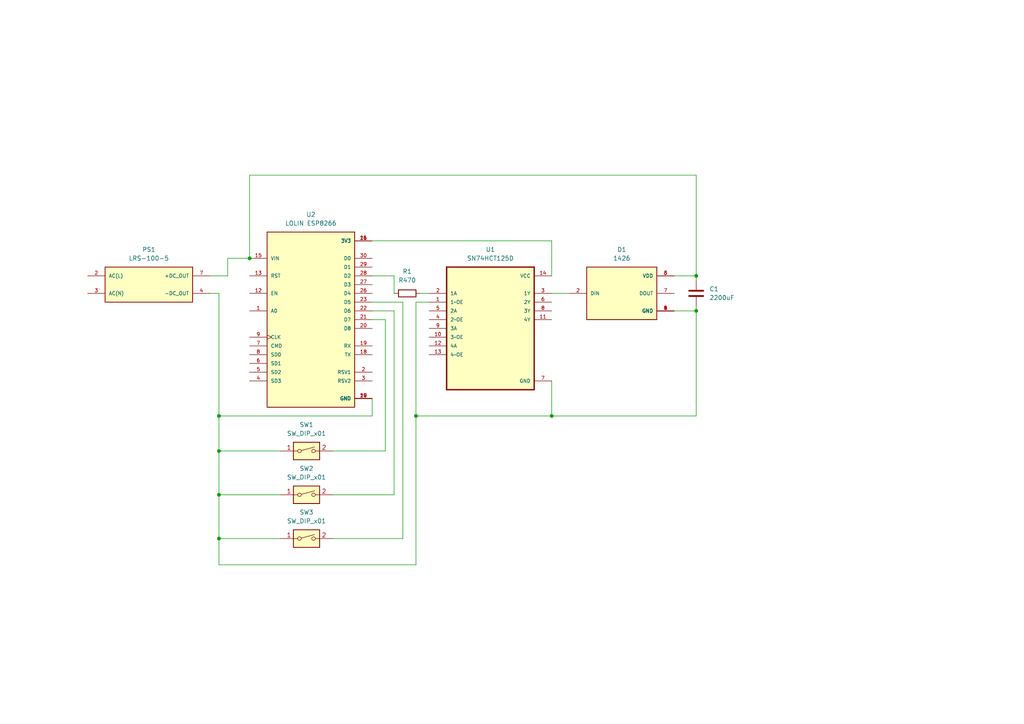
<source format=kicad_sch>
(kicad_sch (version 20250114) (generator "eeschema") (generator_version "9.0")
  (paper "A4")
  (lib_symbols
    (symbol "74x:SN74HCT125D" (pin_names (offset 1.016))
      (property "Reference" "U" (at -12.7 18.78 0))
      (property "Value" "SN74HCT125D" (at -12.7 -21.78 0))
      (symbol "SN74HCT125D_0_0"
        (rectangle (start -12.7 -17.78) (end 12.7 17.78) (stroke (width 0.41)) (fill (type background)))
        (pin input line (at -17.78 10.16 0) (length 5.08) (name "1A") (number "2"))
        (pin input line (at -17.78 7.62 0) (length 5.08) (name "1~OE") (number "1"))
        (pin input line (at -17.78 5.08 0) (length 5.08) (name "2A") (number "5"))
        (pin input line (at -17.78 2.54 0) (length 5.08) (name "2~OE") (number "4"))
        (pin input line (at -17.78 0 0) (length 5.08) (name "3A") (number "9"))
        (pin input line (at -17.78 -2.54 0) (length 5.08) (name "3~OE") (number "10"))
        (pin input line (at -17.78 -5.08 0) (length 5.08) (name "4A") (number "12"))
        (pin input line (at -17.78 -7.62 0) (length 5.08) (name "4~OE") (number "13"))
        (pin power_in line (at 17.78 15.24 180) (length 5.08) (name "VCC") (number "14"))
        (pin output line (at 17.78 10.16 180) (length 5.08) (name "1Y") (number "3"))
        (pin output line (at 17.78 7.62 180) (length 5.08) (name "2Y") (number "6"))
        (pin output line (at 17.78 5.08 180) (length 5.08) (name "3Y") (number "8"))
        (pin output line (at 17.78 2.54 180) (length 5.08) (name "4Y") (number "11"))
        (pin power_in line (at 17.78 -15.24 180) (length 5.08) (name "GND") (number "7"))
      )
    )
    (symbol "Device:C" (pin_numbers (hide yes)) (pin_names (offset 0.254))
      (property "Reference" "C" (at 0.635 2.54 0))
      (property "Value" "C" (at 0.635 -2.54 0))
      (symbol "C_0_1"
        (polyline (pts (xy -2.032 0.762) (xy 2.032 0.762)) (stroke (width 0.508)))
        (polyline (pts (xy -2.032 -0.762) (xy 2.032 -0.762)) (stroke (width 0.508)))
      )
      (symbol "C_1_1"
        (pin passive line (at 0 3.81 270) (length 2.794) (name "~") (number "1"))
        (pin passive line (at 0 -3.81 90) (length 2.794) (name "~") (number "2"))
      )
    )
    (symbol "Device:R" (pin_numbers (hide yes)) (pin_names (offset 0))
      (property "Reference" "R" (at 2.032 0 90))
      (property "Value" "R" (at 0 0 90))
      (symbol "R_0_1"
        (rectangle (start -1.016 -2.54) (end 1.016 2.54) (stroke (width 0.254)))
      )
      (symbol "R_1_1"
        (pin passive line (at 0 3.81 270) (length 1.27) (name "~") (number "1"))
        (pin passive line (at 0 -3.81 90) (length 1.27) (name "~") (number "2"))
      )
    )
    (symbol "ESP8266:ZC563900" (pin_names (offset 1.016))
      (property "Reference" "U" (at -12.7 26.035 0))
      (property "Value" "ZC563900" (at -12.7 -27.94 0))
      (symbol "ZC563900_0_0"
        (rectangle (start -12.7 -25.4) (end 12.7 25.4) (stroke (width 0.254)) (fill (type background)))
        (pin input line (at -17.78 17.78 0) (length 5.08) (name "VIN") (number "15"))
        (pin input line (at -17.78 12.7 0) (length 5.08) (name "RST") (number "13"))
        (pin input line (at -17.78 7.62 0) (length 5.08) (name "EN") (number "12"))
        (pin input line (at -17.78 2.54 0) (length 5.08) (name "A0") (number "1"))
        (pin input clock (at -17.78 -5.08 0) (length 5.08) (name "CLK") (number "9"))
        (pin input line (at -17.78 -7.62 0) (length 5.08) (name "CMD") (number "7"))
        (pin bidirectional line (at -17.78 -10.16 0) (length 5.08) (name "SD0") (number "8"))
        (pin bidirectional line (at -17.78 -12.7 0) (length 5.08) (name "SD1") (number "6"))
        (pin bidirectional line (at -17.78 -15.24 0) (length 5.08) (name "SD2") (number "5"))
        (pin bidirectional line (at -17.78 -17.78 0) (length 5.08) (name "SD3") (number "4"))
        (pin power_in line (at 17.78 22.86 180) (length 5.08) (name "3V3") (number "11"))
        (pin power_in line (at 17.78 22.86 180) (length 5.08) (name "3V3") (number "16"))
        (pin power_in line (at 17.78 22.86 180) (length 5.08) (name "3V3") (number "25"))
        (pin bidirectional line (at 17.78 17.78 180) (length 5.08) (name "D0") (number "30"))
        (pin bidirectional line (at 17.78 15.24 180) (length 5.08) (name "D1") (number "29"))
        (pin bidirectional line (at 17.78 12.7 180) (length 5.08) (name "D2") (number "28"))
        (pin bidirectional line (at 17.78 10.16 180) (length 5.08) (name "D3") (number "27"))
        (pin bidirectional line (at 17.78 7.62 180) (length 5.08) (name "D4") (number "26"))
        (pin bidirectional line (at 17.78 5.08 180) (length 5.08) (name "D5") (number "23"))
        (pin bidirectional line (at 17.78 2.54 180) (length 5.08) (name "D6") (number "22"))
        (pin bidirectional line (at 17.78 0 180) (length 5.08) (name "D7") (number "21"))
        (pin bidirectional line (at 17.78 -2.54 180) (length 5.08) (name "D8") (number "20"))
        (pin bidirectional line (at 17.78 -7.62 180) (length 5.08) (name "RX") (number "19"))
        (pin bidirectional line (at 17.78 -10.16 180) (length 5.08) (name "TX") (number "18"))
        (pin passive line (at 17.78 -15.24 180) (length 5.08) (name "RSV1") (number "2"))
        (pin passive line (at 17.78 -17.78 180) (length 5.08) (name "RSV2") (number "3"))
        (pin power_in line (at 17.78 -22.86 180) (length 5.08) (name "GND") (number "10"))
        (pin power_in line (at 17.78 -22.86 180) (length 5.08) (name "GND") (number "14"))
        (pin power_in line (at 17.78 -22.86 180) (length 5.08) (name "GND") (number "17"))
        (pin power_in line (at 17.78 -22.86 180) (length 5.08) (name "GND") (number "24"))
      )
    )
    (symbol "LRS-100-5:KMS15-5" (pin_names (offset 1.016))
      (property "Reference" "PS" (at -12.7 5.842 0))
      (property "Value" "KMS15-5" (at -12.7 -7.62 0))
      (symbol "KMS15-5_0_0"
        (rectangle (start -12.7 -5.08) (end 12.7 5.08) (stroke (width 0.254)) (fill (type background)))
        (pin input line (at -17.78 2.54 0) (length 5.08) (name "AC(L)") (number "2"))
        (pin input line (at -17.78 -2.54 0) (length 5.08) (name "AC(N)") (number "3"))
        (pin output line (at 17.78 2.54 180) (length 5.08) (name "+DC_OUT") (number "7"))
        (pin output line (at 17.78 -2.54 180) (length 5.08) (name "-DC_OUT") (number "4"))
      )
    )
    (symbol "Switch:SW_DIP_x01" (pin_names (offset 0) (hide yes))
      (property "Reference" "SW" (at 0 3.81 0))
      (property "Value" "SW_DIP_x01" (at 0 -3.81 0))
      (symbol "SW_DIP_x01_0_0"
        (circle (center -2.032 0) (radius 0.508))
        (polyline (pts (xy -1.524 0.127) (xy 2.3622 1.1684)))
        (circle (center 2.032 0) (radius 0.508))
      )
      (symbol "SW_DIP_x01_0_1"
        (rectangle (start -3.81 2.54) (end 3.81 -2.54) (stroke (width 0.254)) (fill (type background)))
      )
      (symbol "SW_DIP_x01_1_1"
        (pin passive line (at -7.62 0 0) (length 5.08) (name "~") (number "1"))
        (pin passive line (at 7.62 0 180) (length 5.08) (name "~") (number "2"))
      )
    )
    (symbol "WS2812:1426" (pin_names (offset 1.016))
      (property "Reference" "D" (at -10.16 8.382 0))
      (property "Value" "1426" (at -10.16 -10.16 0))
      (symbol "1426_0_0"
        (rectangle (start -10.16 -7.62) (end 10.16 7.62) (stroke (width 0.254)) (fill (type background)))
        (pin input line (at -15.24 0 0) (length 5.08) (name "DIN") (number "2"))
        (pin power_in line (at 15.24 5.08 180) (length 5.08) (name "VDD") (number "3"))
        (pin power_in line (at 15.24 5.08 180) (length 5.08) (name "VDD") (number "6"))
        (pin output line (at 15.24 0 180) (length 5.08) (name "DOUT") (number "7"))
        (pin power_in line (at 15.24 -5.08 180) (length 5.08) (name "GND") (number "1"))
        (pin power_in line (at 15.24 -5.08 180) (length 5.08) (name "GND") (number "4"))
        (pin power_in line (at 15.24 -5.08 180) (length 5.08) (name "GND") (number "5"))
        (pin power_in line (at 15.24 -5.08 180) (length 5.08) (name "GND") (number "8"))
      )
    )
  )
  (junction (at 63.5 130.81))
  (junction (at 63.5 120.65))
  (junction (at 63.5 156.21))
  (junction (at 201.93 90.17))
  (junction (at 72.39 74.93))
  (junction (at 201.93 80.01))
  (junction (at 120.65 120.65))
  (junction (at 63.5 143.51))
  (junction (at 160.02 120.65))
  (wire (pts (xy 160.02 120.65) (xy 201.93 120.65)))
  (wire (pts (xy 96.52 143.51) (xy 114.3 143.51)))
  (wire (pts (xy 114.3 80.01) (xy 114.3 85.09)))
  (wire (pts (xy 111.76 130.81) (xy 111.76 92.71)))
  (wire (pts (xy 195.58 90.17) (xy 201.93 90.17)))
  (wire (pts (xy 63.5 130.81) (xy 81.28 130.81)))
  (wire (pts (xy 107.95 87.63) (xy 116.84 87.63)))
  (wire (pts (xy 63.5 156.21) (xy 81.28 156.21)))
  (wire (pts (xy 107.95 80.01) (xy 114.3 80.01)))
  (wire (pts (xy 63.5 130.81) (xy 63.5 143.51)))
  (wire (pts (xy 160.02 85.09) (xy 165.1 85.09)))
  (wire (pts (xy 96.52 130.81) (xy 111.76 130.81)))
  (wire (pts (xy 160.02 110.49) (xy 160.02 120.65)))
  (wire (pts (xy 120.65 120.65) (xy 120.65 163.83)))
  (wire (pts (xy 63.5 120.65) (xy 107.95 120.65)))
  (wire (pts (xy 124.46 87.63) (xy 120.65 87.63)))
  (wire (pts (xy 121.92 85.09) (xy 124.46 85.09)))
  (wire (pts (xy 60.96 80.01) (xy 66.04 80.01)))
  (wire (pts (xy 111.76 92.71) (xy 107.95 92.71)))
  (wire (pts (xy 201.93 90.17) (xy 201.93 120.65)))
  (wire (pts (xy 63.5 156.21) (xy 63.5 163.83)))
  (wire (pts (xy 120.65 87.63) (xy 120.65 120.65)))
  (wire (pts (xy 63.5 143.51) (xy 81.28 143.51)))
  (wire (pts (xy 63.5 120.65) (xy 63.5 130.81)))
  (wire (pts (xy 72.39 50.8) (xy 72.39 74.93)))
  (wire (pts (xy 201.93 80.01) (xy 201.93 81.28)))
  (wire (pts (xy 107.95 69.85) (xy 160.02 69.85)))
  (wire (pts (xy 116.84 156.21) (xy 116.84 87.63)))
  (wire (pts (xy 120.65 163.83) (xy 63.5 163.83)))
  (wire (pts (xy 201.93 50.8) (xy 201.93 80.01)))
  (wire (pts (xy 63.5 143.51) (xy 63.5 156.21)))
  (wire (pts (xy 114.3 143.51) (xy 114.3 90.17)))
  (wire (pts (xy 195.58 80.01) (xy 201.93 80.01)))
  (wire (pts (xy 63.5 85.09) (xy 63.5 120.65)))
  (wire (pts (xy 66.04 80.01) (xy 66.04 74.93)))
  (wire (pts (xy 114.3 90.17) (xy 107.95 90.17)))
  (wire (pts (xy 201.93 88.9) (xy 201.93 90.17)))
  (wire (pts (xy 72.39 74.93) (xy 66.04 74.93)))
  (wire (pts (xy 120.65 120.65) (xy 160.02 120.65)))
  (wire (pts (xy 72.39 50.8) (xy 201.93 50.8)))
  (wire (pts (xy 60.96 85.09) (xy 63.5 85.09)))
  (wire (pts (xy 160.02 69.85) (xy 160.02 80.01)))
  (wire (pts (xy 107.95 120.65) (xy 107.95 115.57)))
  (wire (pts (xy 96.52 156.21) (xy 116.84 156.21)))
  (symbol (lib_id "WS2812:1426") (at 180.34 85.09 0) (unit 1)
    (property "Reference" "D1" (at 180.34 72.39 0))
    (property "Value" "1426" (at 180.34 74.93 0))
    (property "Footprint" "1426:LED_1426" (effects (hide yes)))
    (property "MF" "Adafruit" (effects (hide yes)))
    (property "Description_1" "NeoPixel Stick - 8 x WS2812 5050 RGB LED with Integrated Drivers | Adafruit Industries 1426" (effects (hide yes)))
    (property "Package" "None" (effects (hide yes)))
    (property "Price" "None" (effects (hide yes)))
    (property "Check_prices" "https://www.snapeda.com/parts/1426/Adafruit+Industries/view-part/?ref=eda" (effects (hide yes)))
    (property "STANDARD" "IPC 7351B" (effects (hide yes)))
    (property "PARTREV" "v2" (effects (hide yes)))
    (property "SnapEDA_Link" "https://www.snapeda.com/parts/1426/Adafruit+Industries/view-part/?ref=snap" (effects (hide yes)))
    (property "MP" "1426" (effects (hide yes)))
    (property "Availability" "In Stock" (effects (hide yes)))
    (property "MANUFACTURER" "Adafruit" (effects (hide yes)))
  )
  (symbol (lib_id "Device:C") (at 201.93 85.09 0) (unit 1)
    (property "Reference" "C1" (at 205.74 83.8199 0) (effects (justify left)))
    (property "Value" "2200uF" (at 205.74 86.3599 0) (effects (justify left)))
    (property "Description" "Unpolarized capacitor" (effects (hide yes)))
  )
  (symbol (lib_id "Switch:SW_DIP_x01") (at 88.9 143.51 0) (unit 1)
    (property "Reference" "SW2" (at 88.9 135.89 0))
    (property "Value" "SW_DIP_x01" (at 88.9 138.43 0))
    (property "Description" "1x DIP Switch, Single Pole Single Throw (SPST) switch, small symbol" (effects (hide yes)))
  )
  (symbol (lib_id "LRS-100-5:KMS15-5") (at 43.18 82.55 0) (unit 1)
    (property "Reference" "PS1" (at 43.18 72.39 0))
    (property "Value" "LRS-100-5" (at 43.18 74.93 0))
    (property "Footprint" "KMS15-5:CONV_KMS15-5" (effects (hide yes)))
    (property "MF" "TDK-Lambda" (effects (hide yes)))
    (property "MAXIMUM_PACKAGE_HEIGHT" "23.5mm" (effects (hide yes)))
    (property "Package" "DIP-9 TDK-Lambda" (effects (hide yes)))
    (property "Price" "None" (effects (hide yes)))
    (property "Check_prices" "https://www.snapeda.com/parts/KMS15-5/TDK-Lambda/view-part/?ref=eda" (effects (hide yes)))
    (property "STANDARD" "IPC 7351B" (effects (hide yes)))
    (property "PARTREV" "C2" (effects (hide yes)))
    (property "SnapEDA_Link" "https://www.snapeda.com/parts/KMS15-5/TDK-Lambda/view-part/?ref=snap" (effects (hide yes)))
    (property "MP" "KMS15-5" (effects (hide yes)))
    (property "Description_1" "Power Supply,AC-DC,5V,3A,90-264V In,Enclosed,PCB Thru-Hole,Medical,15W,KM Series | TDK-Lambda KMS15-5" (effects (hide yes)))
    (property "Availability" "In Stock" (effects (hide yes)))
    (property "MANUFACTURER" "TDK Lambda" (effects (hide yes)))
  )
  (symbol (lib_id "74x:SN74HCT125D") (at 142.24 95.25 0) (unit 1)
    (property "Reference" "U1" (at 142.24 72.39 0))
    (property "Value" "SN74HCT125D" (at 142.24 74.93 0))
    (property "Footprint" "SN74HCT125D:SOIC127P600X175-14N" (effects (hide yes)))
    (property "MF" "Texas Instruments" (effects (hide yes)))
    (property "Description_1" "4-ch, 4.5-V to 5.5-V buffers with TTL-compatible CMOS inputs and 3-state outputs" (effects (hide yes)))
    (property "Package" "SOIC-14 Texas Instruments" (effects (hide yes)))
    (property "Price" "None" (effects (hide yes)))
    (property "SnapEDA_Link" "https://www.snapeda.com/parts/SN74HCT125D/Texas+Instruments/view-part/?ref=snap" (effects (hide yes)))
    (property "MP" "SN74HCT125D" (effects (hide yes)))
    (property "Availability" "In Stock" (effects (hide yes)))
    (property "Check_prices" "https://www.snapeda.com/parts/SN74HCT125D/Texas+Instruments/view-part/?ref=eda" (effects (hide yes)))
  )
  (symbol (lib_id "ESP8266:ZC563900") (at 90.17 92.71 0) (unit 1)
    (property "Reference" "U2" (at 90.17 62.23 0))
    (property "Value" "LOLIN ESP8266" (at 90.17 64.77 0))
    (property "Footprint" "ZC563900:MODULE_ZC563900" (effects (hide yes)))
    (property "MF" "YKS" (effects (hide yes)))
    (property "MAXIMUM_PACKAGE_HEIGHT" "N/A" (effects (hide yes)))
    (property "Package" "None" (effects (hide yes)))
    (property "Price" "None" (effects (hide yes)))
    (property "Check_prices" "https://www.snapeda.com/parts/ZC563900/YKS/view-part/?ref=eda" (effects (hide yes)))
    (property "STANDARD" "Manufacturer Recommendations" (effects (hide yes)))
    (property "PARTREV" "1.0" (effects (hide yes)))
    (property "SnapEDA_Link" "https://www.snapeda.com/parts/ZC563900/YKS/view-part/?ref=snap" (effects (hide yes)))
    (property "MP" "ZC563900" (effects (hide yes)))
    (property "Description_1" "NodeMcu Lua ESP8266 WIFI Internet of Things Network Development Module Board" (effects (hide yes)))
    (property "Availability" "Not in stock" (effects (hide yes)))
    (property "MANUFACTURER" "YKS" (effects (hide yes)))
  )
  (symbol (lib_id "Device:R") (at 118.11 85.09 90) (unit 1)
    (property "Reference" "R1" (at 118.11 78.74 90))
    (property "Value" "R470" (at 118.11 81.28 90))
    (property "Description" "Resistor" (effects (hide yes)))
  )
  (symbol (lib_id "Switch:SW_DIP_x01") (at 88.9 156.21 0) (unit 1)
    (property "Reference" "SW3" (at 88.9 148.59 0))
    (property "Value" "SW_DIP_x01" (at 88.9 151.13 0))
    (property "Description" "1x DIP Switch, Single Pole Single Throw (SPST) switch, small symbol" (effects (hide yes)))
  )
  (symbol (lib_id "Switch:SW_DIP_x01") (at 88.9 130.81 0) (unit 1)
    (property "Reference" "SW1" (at 88.9 123.19 0))
    (property "Value" "SW_DIP_x01" (at 88.9 125.73 0))
    (property "Description" "1x DIP Switch, Single Pole Single Throw (SPST) switch, small symbol" (effects (hide yes)))
  )
)
</source>
